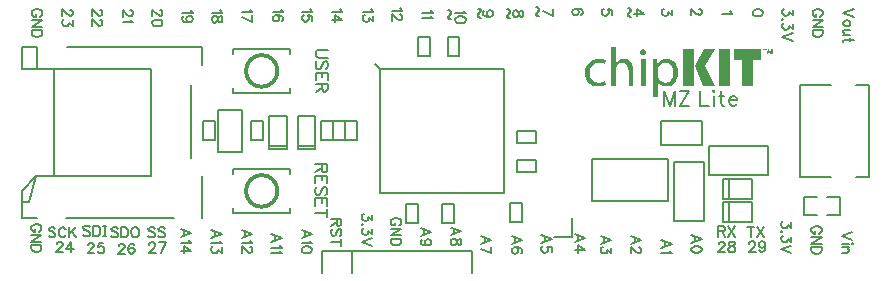
<source format=gbr>
G04 start of page 9 for group -4079 idx -4079 *
G04 Title: (unknown), topsilk *
G04 Creator: pcb 1.99z *
G04 CreationDate: Sun Aug  4 21:18:56 2019 UTC *
G04 For: matt *
G04 Format: Gerber/RS-274X *
G04 PCB-Dimensions (mm): 152.40 127.00 *
G04 PCB-Coordinate-Origin: lower left *
%MOMM*%
%FSLAX43Y43*%
%LNTOPSILK*%
%ADD45C,0.002*%
%ADD44C,0.150*%
%ADD43C,0.300*%
%ADD42C,0.140*%
%ADD41C,0.150*%
G54D41*X59690Y57785D02*Y59690D01*
X72390D01*
Y57785D01*
X62230Y59690D02*Y57785D01*
G54D42*X84274Y80118D02*Y79702D01*
Y80118D02*X83899Y80160D01*
X83941Y80118D01*
X83982Y79994D01*
Y79869D01*
X83941Y79744D01*
X83858Y79661D01*
X83733Y79619D01*
X83650D02*X83733D01*
X83650D02*X83525Y79661D01*
X83442Y79744D01*
X83400Y79869D01*
Y79994D02*Y79869D01*
Y79994D02*X83442Y80118D01*
X83483Y80160D01*
X83566Y80202D01*
X81669Y79690D02*X81752Y79732D01*
X81793Y79857D01*
Y79940D02*Y79857D01*
Y79940D02*X81752Y80065D01*
X81627Y80148D01*
X81419Y80189D01*
X81211D02*X81419D01*
X81211D02*X81045Y80148D01*
X80961Y80065D01*
X80920Y79940D01*
Y79898D01*
X80961Y79773D01*
X81045Y79690D01*
X81170Y79649D01*
X81211D01*
X81336Y79690D01*
X81419Y79773D01*
X81460Y79898D01*
Y79940D02*Y79898D01*
Y79940D02*X81419Y80065D01*
X81336Y80148D01*
X81211Y80189D01*
X79274Y79564D02*X78400Y79980D01*
X79274Y80146D02*Y79564D01*
X73916Y79524D02*X73791Y79566D01*
X73708Y79649D01*
X73666Y79774D01*
Y79815D02*Y79774D01*
Y79815D02*X73708Y79940D01*
X73791Y80024D01*
X73916Y80065D01*
X73957D01*
X74082Y80024D01*
X74166Y79940D01*
X74207Y79815D01*
Y79774D01*
X74166Y79649D01*
X74082Y79566D01*
X73916Y79524D01*
X73708D02*X73916D01*
X73708D02*X73500Y79566D01*
X73375Y79649D01*
X73333Y79774D01*
Y79857D02*Y79774D01*
Y79857D02*X73375Y79982D01*
X73458Y80024D01*
X71725Y80027D02*X71767Y79944D01*
X71891Y79819D01*
X71018D02*X71891D01*
Y79307D02*X71850Y79432D01*
X71725Y79515D01*
X71517Y79557D01*
X71392D02*X71517D01*
X71392D02*X71184Y79515D01*
X71059Y79432D01*
X71018Y79307D01*
Y79224D01*
X71059Y79099D01*
X71184Y79016D01*
X71392Y78974D01*
X71517D01*
X71725Y79016D01*
X71850Y79099D01*
X71891Y79224D01*
Y79307D02*Y79224D01*
X68924Y80065D02*X68965Y79982D01*
X69090Y79857D01*
X68216D02*X69090D01*
X68924Y79595D02*X68965Y79512D01*
X69090Y79387D01*
X68216D02*X69090D01*
X72904Y80200D02*X72987D01*
X73112Y80158D01*
X73154Y80075D01*
Y79992D01*
X73112Y79909D01*
X72987Y79742D01*
X72946Y79659D01*
Y79576D01*
X72987Y79493D01*
X73071Y79451D01*
X72987Y80200D02*X73071Y80158D01*
X73112Y80075D01*
Y79992D01*
X73071Y79909D01*
X72946Y79742D01*
X72904Y79659D01*
Y79576D01*
X72946Y79493D01*
X73071Y79451D01*
X73154D01*
X70404Y80050D02*X70487D01*
X70612Y80008D01*
X70654Y79925D01*
Y79842D01*
X70612Y79759D01*
X70487Y79592D01*
X70446Y79509D01*
Y79426D01*
X70487Y79343D01*
X70571Y79301D01*
X70487Y80050D02*X70571Y80008D01*
X70612Y79925D01*
Y79842D01*
X70571Y79759D01*
X70446Y79592D01*
X70404Y79509D01*
Y79426D01*
X70446Y79343D01*
X70571Y79301D01*
X70654D01*
X59472Y76716D02*X60190D01*
X59472D02*X59328Y76668D01*
X59233Y76573D01*
X59184Y76429D01*
Y76333D01*
X59233Y76189D01*
X59328Y76093D01*
X59472Y76046D01*
X60190D01*
X60046Y75073D02*X60142Y75169D01*
X60190Y75313D01*
Y75505D02*Y75313D01*
Y75505D02*X60142Y75648D01*
X60046Y75744D01*
X59951D02*X60046D01*
X59951D02*X59855Y75696D01*
X59807Y75648D01*
X59759Y75552D01*
X59664Y75265D01*
X59616Y75169D01*
X59568Y75122D01*
X59472Y75073D01*
X59328D02*X59472D01*
X59328D02*X59233Y75169D01*
X59184Y75313D01*
Y75505D02*Y75313D01*
Y75505D02*X59233Y75648D01*
X59328Y75744D01*
X59184Y74772D02*X60190D01*
Y74149D01*
X59711Y74772D02*Y74389D01*
X59184Y74772D02*Y74149D01*
Y73847D02*X60190D01*
Y73416D01*
X60142Y73273D01*
X60095Y73225D01*
X59999Y73177D01*
X59903D02*X59999D01*
X59903D02*X59807Y73225D01*
X59759Y73273D01*
X59711Y73416D01*
Y73847D02*Y73416D01*
Y73512D02*X59184Y73177D01*
X77854Y80300D02*X77937D01*
X78062Y80258D01*
X78104Y80175D01*
Y80092D01*
X78062Y80009D01*
X77937Y79842D01*
X77896Y79759D01*
Y79676D01*
X77937Y79593D01*
X78021Y79551D01*
X77937Y80300D02*X78021Y80258D01*
X78062Y80175D01*
Y80092D01*
X78021Y80009D01*
X77896Y79842D01*
X77854Y79759D01*
Y79676D01*
X77896Y79593D01*
X78021Y79551D01*
X78104D01*
X75404Y80150D02*X75487D01*
X75612Y80108D01*
X75654Y80025D01*
Y79942D01*
X75612Y79859D01*
X75487Y79692D01*
X75446Y79609D01*
Y79526D01*
X75487Y79443D01*
X75571Y79401D01*
X75487Y80150D02*X75571Y80108D01*
X75612Y80025D01*
Y79942D01*
X75571Y79859D01*
X75446Y79692D01*
X75404Y79609D01*
Y79526D01*
X75446Y79443D01*
X75571Y79401D01*
X75654D01*
X76764Y79869D02*X76722Y79994D01*
X76639Y80036D01*
X76556D02*X76639D01*
X76556D02*X76473Y79994D01*
X76431Y79911D01*
X76390Y79744D01*
X76348Y79619D01*
X76265Y79536D01*
X76182Y79495D01*
X76057D02*X76182D01*
X76057D02*X75974Y79536D01*
X75932Y79578D01*
X75890Y79703D01*
Y79869D02*Y79703D01*
Y79869D02*X75932Y79994D01*
X75974Y80036D01*
X76057Y80077D01*
X76182D01*
X76265Y80036D01*
X76348Y79953D01*
X76390Y79828D01*
X76431Y79661D01*
X76473Y79578D01*
X76556Y79536D01*
X76639D01*
X76722Y79578D01*
X76764Y79703D01*
Y79869D02*Y79703D01*
X99553Y80091D02*Y79634D01*
X99220Y79883D01*
Y79758D01*
X99179Y79675D01*
X99137Y79634D01*
X99013Y79592D01*
X98930D02*X99013D01*
X98930D02*X98805Y79634D01*
X98721Y79717D01*
X98680Y79842D01*
Y79966D02*Y79842D01*
Y79966D02*X98721Y80091D01*
X98763Y80133D01*
X98846Y80174D01*
X98745Y79288D02*X98703Y79330D01*
X98662Y79288D01*
X98703Y79247D01*
X98745Y79288D01*
X99553Y78902D02*Y78444D01*
X99220Y78694D01*
Y78569D01*
X99179Y78486D01*
X99137Y78444D01*
X99013Y78402D01*
X98930D02*X99013D01*
X98930D02*X98805Y78444D01*
X98721Y78527D01*
X98680Y78652D01*
Y78777D02*Y78652D01*
Y78777D02*X98721Y78902D01*
X98763Y78943D01*
X98846Y78985D01*
X99553Y78140D02*X98680Y77807D01*
X99553Y77474D02*X98680Y77807D01*
X104724Y80163D02*X103850Y79831D01*
X104724Y79498D02*X103850Y79831D01*
X104432Y79028D02*X104391Y79111D01*
X104308Y79194D01*
X104183Y79235D01*
X104100D02*X104183D01*
X104100D02*X103975Y79194D01*
X103892Y79111D01*
X103850Y79028D01*
Y78903D01*
X103892Y78820D01*
X103975Y78737D01*
X104100Y78695D01*
X104183D01*
X104308Y78737D01*
X104391Y78820D01*
X104432Y78903D01*
Y79028D02*Y78903D01*
X104017Y78433D02*X104432D01*
X104017D02*X103892Y78391D01*
X103850Y78308D01*
Y78183D01*
X103892Y78100D01*
X104017Y77975D01*
X103850D02*X104432D01*
X104016Y77588D02*X104724D01*
X104016D02*X103892Y77547D01*
X103850Y77463D01*
Y77380D01*
X104432Y77713D02*Y77422D01*
X101912Y79509D02*X101995Y79551D01*
X102078Y79634D01*
X102120Y79717D01*
Y79884D02*Y79717D01*
Y79884D02*X102078Y79967D01*
X101995Y80050D01*
X101912Y80092D01*
X101787Y80133D01*
X101579D02*X101787D01*
X101579D02*X101454Y80092D01*
X101371Y80050D01*
X101288Y79967D01*
X101246Y79884D01*
Y79717D01*
X101288Y79634D01*
X101371Y79551D01*
X101454Y79509D01*
X101579D01*
Y79717D02*Y79509D01*
X101246Y79247D02*X102120D01*
X101246Y78665D01*
X102120D01*
X101246Y78403D02*X102120D01*
Y78111D01*
X102078Y77986D01*
X101995Y77903D01*
X101912Y77862D01*
X101787Y77820D01*
X101579D02*X101787D01*
X101579D02*X101454Y77862D01*
X101371Y77903D01*
X101288Y77986D01*
X101246Y78111D01*
Y78403D02*Y78111D01*
X97047Y79887D02*X97005Y80012D01*
X96881Y80095D01*
X96673Y80137D01*
X96548D02*X96673D01*
X96548D02*X96340Y80095D01*
X96215Y80012D01*
X96173Y79887D01*
Y79804D01*
X96215Y79679D01*
X96340Y79596D01*
X96548Y79554D01*
X96673D01*
X96881Y79596D01*
X97005Y79679D01*
X97047Y79804D01*
Y79887D02*Y79804D01*
X94292Y79993D02*X94334Y79910D01*
X94459Y79785D01*
X93585D02*X94459D01*
X91657Y80165D02*X91698D01*
X91781Y80124D01*
X91823Y80082D01*
X91865Y79999D01*
Y79833D01*
X91823Y79749D01*
X91781Y79708D01*
X91698Y79666D01*
X91615D02*X91698D01*
X91615D02*X91532Y79708D01*
X91407Y79791D01*
X90991Y80207D01*
Y79625D01*
X89354Y80115D02*Y79657D01*
X89021Y79907D01*
Y79782D01*
X88979Y79699D01*
X88938Y79657D01*
X88813Y79615D01*
X88730D02*X88813D01*
X88730D02*X88605Y79657D01*
X88522Y79740D01*
X88480Y79865D01*
Y79990D02*Y79865D01*
Y79990D02*X88522Y80115D01*
X88563Y80156D01*
X88646Y80198D01*
X86964Y79779D02*X86381Y80195D01*
Y79571D01*
X86090Y79779D02*X86964D01*
X85604Y80250D02*X85687D01*
X85812Y80208D01*
X85854Y80125D01*
Y80042D01*
X85812Y79959D01*
X85687Y79792D01*
X85646Y79709D01*
Y79626D01*
X85687Y79543D01*
X85771Y79501D01*
X85687Y80250D02*X85771Y80208D01*
X85812Y80125D01*
Y80042D01*
X85771Y79959D01*
X85646Y79792D01*
X85604Y79709D01*
Y79626D01*
X85646Y79543D01*
X85771Y79501D01*
X85854D01*
X88675Y73224D02*Y71985D01*
Y73224D02*X89147Y71985D01*
X89620Y73224D02*X89147Y71985D01*
X89620Y73224D02*Y71985D01*
X90818Y73224D02*X89992Y71985D01*
Y73224D02*X90818D01*
X89992Y71985D02*X90818D01*
X91747Y73224D02*Y71985D01*
X92455D01*
X92886Y72814D02*Y71988D01*
X92827Y73227D02*X92886Y73168D01*
X92945Y73227D01*
X92886Y73286D01*
X92827Y73227D01*
X93495Y73224D02*Y72221D01*
X93553Y72044D01*
X93671Y71985D01*
X93790D01*
X93317Y72811D02*X93730D01*
X94161Y72457D02*X94869D01*
Y72575D02*Y72457D01*
Y72575D02*X94810Y72693D01*
X94751Y72752D01*
X94633Y72811D01*
X94456D02*X94633D01*
X94456D02*X94338Y72752D01*
X94220Y72634D01*
X94161Y72457D01*
Y72339D01*
X94220Y72162D01*
X94338Y72044D01*
X94456Y71985D01*
X94633D01*
X94751Y72044D01*
X94869Y72162D01*
X53812Y61149D02*X52938Y61482D01*
X53812Y61149D02*X52938Y60816D01*
X53229Y61357D02*Y60941D01*
X53645Y60554D02*X53687Y60471D01*
X53812Y60346D01*
X52938D02*X53812D01*
X53604Y60043D02*X53645D01*
X53728Y60001D01*
X53770Y59960D01*
X53812Y59876D01*
Y59710D01*
X53770Y59627D01*
X53728Y59585D01*
X53645Y59544D01*
X53562D02*X53645D01*
X53562D02*X53479Y59585D01*
X53354Y59668D01*
X52938Y60084D01*
Y59502D01*
X56312Y60749D02*X55438Y61082D01*
X56312Y60749D02*X55438Y60416D01*
X55729Y60957D02*Y60541D01*
X56145Y60154D02*X56187Y60071D01*
X56312Y59946D01*
X55438D02*X56312D01*
X56145Y59684D02*X56187Y59601D01*
X56312Y59476D01*
X55438D02*X56312D01*
X58862Y61149D02*X57988Y61482D01*
X58862Y61149D02*X57988Y60816D01*
X58279Y61357D02*Y60941D01*
X58695Y60554D02*X58737Y60471D01*
X58862Y60346D01*
X57988D02*X58862D01*
Y59835D02*X58820Y59959D01*
X58695Y60043D01*
X58487Y60084D01*
X58363D02*X58487D01*
X58363D02*X58154Y60043D01*
X58030Y59959D01*
X57988Y59835D01*
Y59751D01*
X58030Y59627D01*
X58154Y59543D01*
X58363Y59502D01*
X58487D01*
X58695Y59543D01*
X58820Y59627D01*
X58862Y59751D01*
Y59835D02*Y59751D01*
X60488Y62417D02*X61362D01*
Y62043D01*
X61320Y61918D01*
X61278Y61876D01*
X61195Y61835D01*
X61112D02*X61195D01*
X61112D02*X61029Y61876D01*
X60987Y61918D01*
X60946Y62043D01*
Y62417D02*Y62043D01*
Y62126D02*X60488Y61835D01*
X61237Y60990D02*X61320Y61074D01*
X61362Y61198D01*
Y61365D02*Y61198D01*
Y61365D02*X61320Y61490D01*
X61237Y61573D01*
X61154D02*X61237D01*
X61154D02*X61070Y61532D01*
X61029Y61490D01*
X60987Y61406D01*
X60904Y61157D01*
X60862Y61074D01*
X60821Y61032D01*
X60738Y60990D01*
X60613D02*X60738D01*
X60613D02*X60530Y61074D01*
X60488Y61198D01*
Y61365D02*Y61198D01*
Y61365D02*X60530Y61490D01*
X60613Y61573D01*
X60488Y60437D02*X61362D01*
Y60728D02*Y60146D01*
X63962Y62734D02*Y62277D01*
X63629Y62526D01*
Y62401D01*
X63587Y62318D01*
X63546Y62277D01*
X63421Y62235D01*
X63338D02*X63421D01*
X63338D02*X63213Y62277D01*
X63130Y62360D01*
X63088Y62485D01*
Y62609D02*Y62485D01*
Y62609D02*X63130Y62734D01*
X63171Y62776D01*
X63254Y62817D01*
X63153Y61931D02*X63112Y61973D01*
X63070Y61931D01*
X63112Y61890D01*
X63153Y61931D01*
X63962Y61545D02*Y61087D01*
X63629Y61337D01*
Y61212D01*
X63587Y61129D01*
X63546Y61087D01*
X63421Y61045D01*
X63338D02*X63421D01*
X63338D02*X63213Y61087D01*
X63130Y61170D01*
X63088Y61295D01*
Y61420D02*Y61295D01*
Y61420D02*X63130Y61545D01*
X63171Y61586D01*
X63254Y61628D01*
X63962Y60783D02*X63088Y60450D01*
X63962Y60117D02*X63088Y60450D01*
X66204Y61843D02*X66287Y61885D01*
X66370Y61968D01*
X66412Y62051D01*
Y62218D02*Y62051D01*
Y62218D02*X66370Y62301D01*
X66287Y62384D01*
X66204Y62426D01*
X66079Y62467D01*
X65871D02*X66079D01*
X65871D02*X65746Y62426D01*
X65663Y62384D01*
X65580Y62301D01*
X65538Y62218D01*
Y62051D01*
X65580Y61968D01*
X65663Y61885D01*
X65746Y61843D01*
X65871D01*
Y62051D02*Y61843D01*
X65538Y61581D02*X66412D01*
X65538Y60999D01*
X66412D01*
X65538Y60737D02*X66412D01*
Y60445D01*
X66370Y60320D01*
X66287Y60237D01*
X66204Y60196D01*
X66079Y60154D01*
X65871D02*X66079D01*
X65871D02*X65746Y60196D01*
X65663Y60237D01*
X65580Y60320D01*
X65538Y60445D01*
Y60737D02*Y60445D01*
X68962Y61284D02*X68088Y61617D01*
X68962Y61284D02*X68088Y60951D01*
X68379Y61492D02*Y61076D01*
X68670Y60149D02*X68546Y60190D01*
X68463Y60273D01*
X68421Y60398D01*
Y60440D02*Y60398D01*
Y60440D02*X68463Y60565D01*
X68546Y60648D01*
X68670Y60689D01*
X68712D01*
X68837Y60648D01*
X68920Y60565D01*
X68962Y60440D01*
Y60398D01*
X68920Y60273D01*
X68837Y60190D01*
X68670Y60149D01*
X68463D02*X68670D01*
X68463D02*X68254Y60190D01*
X68130Y60273D01*
X68088Y60398D01*
Y60481D02*Y60398D01*
Y60481D02*X68130Y60606D01*
X68213Y60648D01*
X71512Y61334D02*X70638Y61667D01*
X71512Y61334D02*X70638Y61001D01*
X70929Y61542D02*Y61126D01*
X71512Y60531D02*X71470Y60656D01*
X71387Y60698D01*
X71304D02*X71387D01*
X71304D02*X71220Y60656D01*
X71179Y60573D01*
X71137Y60407D01*
X71096Y60282D01*
X71013Y60199D01*
X70929Y60157D01*
X70804D02*X70929D01*
X70804D02*X70721Y60199D01*
X70680Y60240D01*
X70638Y60365D01*
Y60531D02*Y60365D01*
Y60531D02*X70680Y60656D01*
X70721Y60698D01*
X70804Y60739D01*
X70929D01*
X71013Y60698D01*
X71096Y60615D01*
X71137Y60490D01*
X71179Y60323D01*
X71220Y60240D01*
X71304Y60199D01*
X71387D01*
X71470Y60240D01*
X71512Y60365D01*
Y60531D02*Y60365D01*
X59149Y67017D02*X60155D01*
Y66586D01*
X60107Y66442D01*
X60059Y66394D01*
X59963Y66346D01*
X59867D02*X59963D01*
X59867D02*X59771Y66394D01*
X59723Y66442D01*
X59675Y66586D01*
Y67017D02*Y66586D01*
Y66682D02*X59149Y66346D01*
Y66045D02*X60155D01*
Y65422D01*
X59675Y66045D02*Y65662D01*
X59149Y66045D02*Y65422D01*
X60011Y64450D02*X60107Y64546D01*
X60155Y64689D01*
Y64881D02*Y64689D01*
Y64881D02*X60107Y65025D01*
X60011Y65120D01*
X59915D02*X60011D01*
X59915D02*X59819Y65073D01*
X59771Y65025D01*
X59723Y64929D01*
X59628Y64641D01*
X59580Y64546D01*
X59532Y64498D01*
X59436Y64450D01*
X59292D02*X59436D01*
X59292D02*X59197Y64546D01*
X59149Y64689D01*
Y64881D02*Y64689D01*
Y64881D02*X59197Y65025D01*
X59292Y65120D01*
X59149Y64148D02*X60155D01*
Y63525D01*
X59675Y64148D02*Y63765D01*
X59149Y64148D02*Y63525D01*
Y62888D02*X60155D01*
Y63224D02*Y62553D01*
X74062Y60649D02*X73188Y60982D01*
X74062Y60649D02*X73188Y60316D01*
X73479Y60857D02*Y60441D01*
X74062Y59472D02*X73188Y59888D01*
X74062Y60054D02*Y59472D01*
X76662Y60599D02*X75788Y60932D01*
X76662Y60599D02*X75788Y60266D01*
X76079Y60807D02*Y60391D01*
X76537Y59505D02*X76620Y59547D01*
X76662Y59672D01*
Y59755D02*Y59672D01*
Y59755D02*X76620Y59880D01*
X76495Y59963D01*
X76287Y60004D01*
X76079D02*X76287D01*
X76079D02*X75913Y59963D01*
X75830Y59880D01*
X75788Y59755D01*
Y59713D01*
X75830Y59588D01*
X75913Y59505D01*
X76038Y59464D01*
X76079D01*
X76204Y59505D01*
X76287Y59588D01*
X76329Y59713D01*
Y59755D02*Y59713D01*
Y59755D02*X76287Y59880D01*
X76204Y59963D01*
X76079Y60004D01*
X79162Y60699D02*X78288Y61032D01*
X79162Y60699D02*X78288Y60366D01*
X78579Y60907D02*Y60491D01*
X79162Y60021D02*Y59605D01*
Y60021D02*X78787Y60063D01*
X78829Y60021D01*
X78870Y59896D01*
Y59771D01*
X78829Y59647D01*
X78746Y59564D01*
X78621Y59522D01*
X78538D02*X78621D01*
X78538D02*X78413Y59564D01*
X78330Y59647D01*
X78288Y59771D01*
Y59896D02*Y59771D01*
Y59896D02*X78330Y60021D01*
X78371Y60063D01*
X78454Y60104D01*
X82012Y60749D02*X81138Y61082D01*
X82012Y60749D02*X81138Y60416D01*
X81429Y60957D02*Y60541D01*
X82012Y59738D02*X81429Y60154D01*
Y59531D01*
X81138Y59738D02*X82012D01*
X84212Y60649D02*X83338Y60982D01*
X84212Y60649D02*X83338Y60316D01*
X83629Y60857D02*Y60441D01*
X84212Y59971D02*Y59514D01*
X83879Y59763D01*
Y59638D01*
X83837Y59555D01*
X83796Y59514D01*
X83671Y59472D01*
X83588D02*X83671D01*
X83588D02*X83463Y59514D01*
X83380Y59597D01*
X83338Y59722D01*
Y59846D02*Y59722D01*
Y59846D02*X83380Y59971D01*
X83421Y60013D01*
X83504Y60054D01*
X86762Y60649D02*X85888Y60982D01*
X86762Y60649D02*X85888Y60316D01*
X86179Y60857D02*Y60441D01*
X86554Y60013D02*X86595D01*
X86678Y59971D01*
X86720Y59930D01*
X86762Y59846D01*
Y59680D01*
X86720Y59597D01*
X86678Y59555D01*
X86595Y59514D01*
X86512D02*X86595D01*
X86512D02*X86429Y59555D01*
X86304Y59638D01*
X85888Y60054D01*
Y59472D01*
X89312Y60299D02*X88438Y60632D01*
X89312Y60299D02*X88438Y59966D01*
X88729Y60507D02*Y60091D01*
X89145Y59704D02*X89187Y59621D01*
X89312Y59496D01*
X88438D02*X89312D01*
X91862Y60699D02*X90988Y61032D01*
X91862Y60699D02*X90988Y60366D01*
X91279Y60907D02*Y60491D01*
X91862Y59855D02*X91820Y59979D01*
X91695Y60063D01*
X91487Y60104D01*
X91363D02*X91487D01*
X91363D02*X91154Y60063D01*
X91030Y59979D01*
X90988Y59855D01*
Y59771D01*
X91030Y59647D01*
X91154Y59564D01*
X91363Y59522D01*
X91487D01*
X91695Y59564D01*
X91820Y59647D01*
X91862Y59771D01*
Y59855D02*Y59771D01*
X93309Y60295D02*Y60254D01*
Y60295D02*X93351Y60378D01*
X93392Y60420D01*
X93476Y60462D01*
X93642D01*
X93725Y60420D01*
X93767Y60378D01*
X93808Y60295D01*
Y60212D01*
X93767Y60129D01*
X93684Y60004D01*
X93268Y59588D01*
X93850D01*
X94320Y60462D02*X94195Y60420D01*
X94154Y60337D01*
Y60254D01*
X94195Y60170D01*
X94278Y60129D01*
X94445Y60087D01*
X94570Y60046D01*
X94653Y59963D01*
X94695Y59879D01*
Y59754D01*
X94653Y59671D01*
X94611Y59630D01*
X94486Y59588D01*
X94320D02*X94486D01*
X94320D02*X94195Y59630D01*
X94154Y59671D01*
X94112Y59754D01*
Y59879D02*Y59754D01*
Y59879D02*X94154Y59963D01*
X94237Y60046D01*
X94362Y60087D01*
X94528Y60129D01*
X94611Y60170D01*
X94653Y60254D01*
Y60337D02*Y60254D01*
Y60337D02*X94611Y60420D01*
X94486Y60462D01*
X94320D02*X94486D01*
X95909Y60345D02*Y60304D01*
Y60345D02*X95951Y60428D01*
X95992Y60470D01*
X96076Y60512D01*
X96242D01*
X96325Y60470D01*
X96367Y60428D01*
X96408Y60345D01*
Y60262D01*
X96367Y60179D01*
X96284Y60054D01*
X95868Y59638D01*
X96450D01*
X97253Y60220D02*X97211Y60096D01*
X97128Y60013D01*
X97003Y59971D01*
X96962D02*X97003D01*
X96962D02*X96837Y60013D01*
X96754Y60096D01*
X96712Y60220D01*
Y60262D02*Y60220D01*
Y60262D02*X96754Y60387D01*
X96837Y60470D01*
X96962Y60512D01*
X97003D01*
X97128Y60470D01*
X97211Y60387D01*
X97253Y60220D01*
Y60013D01*
X97211Y59804D01*
X97128Y59680D01*
X97003Y59638D01*
X96920D02*X97003D01*
X96920D02*X96795Y59680D01*
X96754Y59763D01*
X99462Y62099D02*Y61642D01*
X99129Y61891D01*
Y61766D01*
X99087Y61683D01*
X99046Y61642D01*
X98921Y61600D01*
X98838D02*X98921D01*
X98838D02*X98713Y61642D01*
X98630Y61725D01*
X98588Y61850D01*
Y61974D02*Y61850D01*
Y61974D02*X98630Y62099D01*
X98671Y62141D01*
X98754Y62182D01*
X98653Y61296D02*X98612Y61338D01*
X98570Y61296D01*
X98612Y61255D01*
X98653Y61296D01*
X99462Y60910D02*Y60452D01*
X99129Y60702D01*
Y60577D01*
X99087Y60494D01*
X99046Y60452D01*
X98921Y60410D01*
X98838D02*X98921D01*
X98838D02*X98713Y60452D01*
X98630Y60535D01*
X98588Y60660D01*
Y60785D02*Y60660D01*
Y60785D02*X98630Y60910D01*
X98671Y60951D01*
X98754Y60993D01*
X99462Y60148D02*X98588Y59815D01*
X99462Y59482D02*X98588Y59815D01*
X101804Y61158D02*X101887Y61200D01*
X101970Y61283D01*
X102012Y61366D01*
Y61533D02*Y61366D01*
Y61533D02*X101970Y61616D01*
X101887Y61699D01*
X101804Y61741D01*
X101679Y61782D01*
X101471D02*X101679D01*
X101471D02*X101346Y61741D01*
X101263Y61699D01*
X101180Y61616D01*
X101138Y61533D01*
Y61366D01*
X101180Y61283D01*
X101263Y61200D01*
X101346Y61158D01*
X101471D01*
Y61366D02*Y61158D01*
X101138Y60896D02*X102012D01*
X101138Y60314D01*
X102012D01*
X101138Y60052D02*X102012D01*
Y59760D01*
X101970Y59635D01*
X101887Y59552D01*
X101804Y59511D01*
X101679Y59469D01*
X101471D02*X101679D01*
X101471D02*X101346Y59511D01*
X101263Y59552D01*
X101180Y59635D01*
X101138Y59760D01*
Y60052D02*Y59760D01*
X96009Y61712D02*Y60838D01*
X95718Y61712D02*X96300D01*
X96562D02*X97145Y60838D01*
Y61712D02*X96562Y60838D01*
X93268Y61762D02*Y60888D01*
Y61762D02*X93642D01*
X93767Y61720D01*
X93809Y61678D01*
X93850Y61595D01*
Y61512D01*
X93809Y61429D01*
X93767Y61387D01*
X93642Y61346D01*
X93268D02*X93642D01*
X93559D02*X93850Y60888D01*
X94112Y61762D02*X94695Y60888D01*
Y61762D02*X94112Y60888D01*
X104612Y61282D02*X103738Y60950D01*
X104612Y60616D02*X103738Y60950D01*
X103740Y60313D02*X104322D01*
X104614Y60354D02*X104572Y60313D01*
X104614Y60271D01*
X104655Y60313D01*
X104614Y60354D01*
X103738Y60009D02*X104320D01*
X104154D02*X104279Y59884D01*
X104320Y59801D01*
Y59676D01*
X104279Y59593D01*
X104154Y59551D01*
X103738D02*X104154D01*
X66360Y80239D02*X66402Y80156D01*
X66526Y80031D01*
X65653D02*X66526D01*
X66318Y79728D02*X66360D01*
X66443Y79686D01*
X66485Y79645D01*
X66526Y79561D01*
Y79395D01*
X66485Y79312D01*
X66443Y79270D01*
X66360Y79229D01*
X66277D02*X66360D01*
X66277D02*X66193Y79270D01*
X66069Y79353D01*
X65653Y79769D01*
Y79187D01*
X63871Y80139D02*X63912Y80056D01*
X64037Y79931D01*
X63163D02*X64037D01*
Y79586D02*Y79129D01*
X63704Y79378D01*
Y79253D01*
X63663Y79170D01*
X63621Y79129D01*
X63496Y79087D01*
X63413D02*X63496D01*
X63413D02*X63288Y79129D01*
X63205Y79212D01*
X63163Y79337D01*
Y79461D02*Y79337D01*
Y79461D02*X63205Y79586D01*
X63247Y79628D01*
X63330Y79669D01*
X61271Y80140D02*X61312Y80057D01*
X61437Y79932D01*
X60563D02*X61437D01*
Y79254D02*X60855Y79670D01*
Y79046D01*
X60563Y79254D02*X61437D01*
X58733Y80145D02*X58774Y80062D01*
X58899Y79937D01*
X58025D02*X58899D01*
Y79592D02*Y79176D01*
Y79592D02*X58525Y79633D01*
X58566Y79592D01*
X58608Y79467D01*
Y79342D01*
X58566Y79217D01*
X58483Y79134D01*
X58358Y79092D01*
X58275D02*X58358D01*
X58275D02*X58150Y79134D01*
X58067Y79217D01*
X58025Y79342D01*
Y79467D02*Y79342D01*
Y79467D02*X58067Y79592D01*
X58109Y79633D01*
X58192Y79675D01*
X56248Y80127D02*X56290Y80044D01*
X56414Y79919D01*
X55540D02*X56414D01*
X56290Y79158D02*X56373Y79199D01*
X56414Y79324D01*
Y79407D02*Y79324D01*
Y79407D02*X56373Y79532D01*
X56248Y79615D01*
X56040Y79657D01*
X55832D02*X56040D01*
X55832D02*X55665Y79615D01*
X55582Y79532D01*
X55540Y79407D01*
Y79366D01*
X55582Y79241D01*
X55665Y79158D01*
X55790Y79116D01*
X55832D01*
X55957Y79158D01*
X56040Y79241D01*
X56081Y79366D01*
Y79407D02*Y79366D01*
Y79407D02*X56040Y79532D01*
X55957Y79615D01*
X55832Y79657D01*
X53659Y80120D02*X53700Y80037D01*
X53825Y79912D01*
X52951D02*X53825D01*
Y79068D02*X52951Y79484D01*
X53825Y79650D02*Y79068D01*
X51114Y80077D02*X51156Y79994D01*
X51280Y79869D01*
X50407D02*X51280D01*
Y79399D02*X51239Y79524D01*
X51156Y79565D01*
X51072D02*X51156D01*
X51072D02*X50989Y79524D01*
X50947Y79441D01*
X50906Y79274D01*
X50864Y79149D01*
X50781Y79066D01*
X50698Y79025D01*
X50573D02*X50698D01*
X50573D02*X50490Y79066D01*
X50448Y79108D01*
X50407Y79233D01*
Y79399D02*Y79233D01*
Y79399D02*X50448Y79524D01*
X50490Y79565D01*
X50573Y79607D01*
X50698D01*
X50781Y79565D01*
X50864Y79482D01*
X50906Y79358D01*
X50947Y79191D01*
X50989Y79108D01*
X51072Y79066D01*
X51156D01*
X51239Y79108D01*
X51280Y79233D01*
Y79399D02*Y79233D01*
X48594Y80077D02*X48635Y79994D01*
X48760Y79869D01*
X47886D02*X48760D01*
X48469Y79066D02*X48344Y79108D01*
X48261Y79191D01*
X48219Y79316D01*
Y79358D02*Y79316D01*
Y79358D02*X48261Y79482D01*
X48344Y79566D01*
X48469Y79607D01*
X48511D01*
X48635Y79566D01*
X48719Y79482D01*
X48760Y79358D01*
Y79316D01*
X48719Y79191D01*
X48635Y79108D01*
X48469Y79066D01*
X48261D02*X48469D01*
X48261D02*X48053Y79108D01*
X47928Y79191D01*
X47886Y79316D01*
Y79399D02*Y79316D01*
Y79399D02*X47928Y79524D01*
X48011Y79566D01*
X46002Y80086D02*X46044D01*
X46127Y80044D01*
X46168Y80003D01*
X46210Y79919D01*
Y79753D01*
X46168Y79669D01*
X46127Y79628D01*
X46044Y79586D01*
X45960D02*X46044D01*
X45960D02*X45877Y79628D01*
X45752Y79711D01*
X45336Y80127D01*
Y79545D01*
X46210Y79033D02*X46168Y79158D01*
X46044Y79241D01*
X45836Y79283D01*
X45711D02*X45836D01*
X45711D02*X45503Y79241D01*
X45378Y79158D01*
X45336Y79033D01*
Y78950D01*
X45378Y78825D01*
X45503Y78742D01*
X45711Y78700D01*
X45836D01*
X46044Y78742D01*
X46168Y78825D01*
X46210Y78950D01*
Y79033D02*Y78950D01*
X43494Y80073D02*X43536D01*
X43619Y80032D01*
X43660Y79990D01*
X43702Y79907D01*
Y79741D01*
X43660Y79657D01*
X43619Y79616D01*
X43536Y79574D01*
X43452D02*X43536D01*
X43452D02*X43369Y79616D01*
X43244Y79699D01*
X42828Y80115D01*
Y79532D01*
X43536Y79270D02*X43577Y79187D01*
X43702Y79062D01*
X42828D02*X43702D01*
X40898Y80104D02*X40940D01*
X41023Y80063D01*
X41065Y80021D01*
X41106Y79938D01*
Y79772D01*
X41065Y79688D01*
X41023Y79647D01*
X40940Y79605D01*
X40856D02*X40940D01*
X40856D02*X40773Y79647D01*
X40648Y79730D01*
X40232Y80146D01*
Y79564D01*
X40898Y79260D02*X40940D01*
X41023Y79218D01*
X41065Y79177D01*
X41106Y79093D01*
Y78927D01*
X41065Y78844D01*
X41023Y78802D01*
X40940Y78761D01*
X40856D02*X40940D01*
X40856D02*X40773Y78802D01*
X40648Y78885D01*
X40232Y79301D01*
Y78719D01*
X35804Y79508D02*X35887Y79550D01*
X35970Y79633D01*
X36012Y79716D01*
Y79883D02*Y79716D01*
Y79883D02*X35970Y79966D01*
X35887Y80049D01*
X35804Y80091D01*
X35679Y80132D01*
X35471D02*X35679D01*
X35471D02*X35346Y80091D01*
X35263Y80049D01*
X35180Y79966D01*
X35138Y79883D01*
Y79716D01*
X35180Y79633D01*
X35263Y79550D01*
X35346Y79508D01*
X35471D01*
Y79716D02*Y79508D01*
X35138Y79246D02*X36012D01*
X35138Y78664D01*
X36012D01*
X35138Y78402D02*X36012D01*
Y78110D01*
X35970Y77985D01*
X35887Y77902D01*
X35804Y77861D01*
X35679Y77819D01*
X35471D02*X35679D01*
X35471D02*X35346Y77861D01*
X35263Y77902D01*
X35180Y77985D01*
X35138Y78110D01*
Y78402D02*Y78110D01*
X38396Y80104D02*X38437D01*
X38520Y80063D01*
X38562Y80021D01*
X38604Y79938D01*
Y79772D01*
X38562Y79688D01*
X38520Y79647D01*
X38437Y79605D01*
X38354D02*X38437D01*
X38354D02*X38271Y79647D01*
X38146Y79730D01*
X37730Y80146D01*
Y79564D01*
X38604Y79218D02*Y78761D01*
X38271Y79010D01*
Y78885D01*
X38229Y78802D01*
X38188Y78761D01*
X38063Y78719D01*
X37980D02*X38063D01*
X37980D02*X37855Y78761D01*
X37772Y78844D01*
X37730Y78969D01*
Y79093D02*Y78969D01*
Y79093D02*X37772Y79218D01*
X37813Y79260D01*
X37896Y79301D01*
X35754Y61308D02*X35837Y61350D01*
X35920Y61433D01*
X35962Y61516D01*
Y61683D02*Y61516D01*
Y61683D02*X35920Y61766D01*
X35837Y61849D01*
X35754Y61891D01*
X35629Y61932D01*
X35421D02*X35629D01*
X35421D02*X35296Y61891D01*
X35213Y61849D01*
X35130Y61766D01*
X35088Y61683D01*
Y61516D01*
X35130Y61433D01*
X35213Y61350D01*
X35296Y61308D01*
X35421D01*
Y61516D02*Y61308D01*
X35088Y61046D02*X35962D01*
X35088Y60464D01*
X35962D01*
X35088Y60202D02*X35962D01*
Y59910D01*
X35920Y59785D01*
X35837Y59702D01*
X35754Y59661D01*
X35629Y59619D01*
X35421D02*X35629D01*
X35421D02*X35296Y59661D01*
X35213Y59702D01*
X35130Y59785D01*
X35088Y59910D01*
Y60202D02*Y59910D01*
X37150Y61587D02*X37067Y61670D01*
X36942Y61712D01*
X36776D02*X36942D01*
X36776D02*X36651Y61670D01*
X36568Y61587D01*
Y61504D01*
X36609Y61420D01*
X36651Y61379D01*
X36734Y61337D01*
X36984Y61254D01*
X37067Y61212D01*
X37108Y61171D01*
X37150Y61088D01*
Y60963D01*
X37067Y60880D01*
X36942Y60838D01*
X36776D02*X36942D01*
X36776D02*X36651Y60880D01*
X36568Y60963D01*
X38036Y61504D02*X37995Y61587D01*
X37911Y61670D01*
X37828Y61712D01*
X37662D02*X37828D01*
X37662D02*X37579Y61670D01*
X37495Y61587D01*
X37454Y61504D01*
X37412Y61379D01*
Y61171D01*
X37454Y61046D01*
X37495Y60963D01*
X37579Y60880D01*
X37662Y60838D01*
X37828D01*
X37911Y60880D01*
X37995Y60963D01*
X38036Y61046D01*
X38298Y61712D02*Y60838D01*
X38881Y61712D02*X38298Y61129D01*
X38506Y61337D02*X38881Y60838D01*
X37259Y60295D02*Y60254D01*
Y60295D02*X37301Y60378D01*
X37342Y60420D01*
X37426Y60462D01*
X37592D01*
X37675Y60420D01*
X37717Y60378D01*
X37758Y60295D01*
Y60212D01*
X37717Y60129D01*
X37634Y60004D01*
X37218Y59588D01*
X37800D01*
X38478Y60462D02*X38062Y59879D01*
X38686D01*
X38478Y60462D02*Y59588D01*
X40100Y61687D02*X40017Y61770D01*
X39892Y61812D01*
X39726D02*X39892D01*
X39726D02*X39601Y61770D01*
X39518Y61687D01*
Y61604D01*
X39559Y61520D01*
X39601Y61479D01*
X39684Y61437D01*
X39934Y61354D01*
X40017Y61312D01*
X40058Y61271D01*
X40100Y61188D01*
Y61063D01*
X40017Y60980D01*
X39892Y60938D01*
X39726D02*X39892D01*
X39726D02*X39601Y60980D01*
X39518Y61063D01*
X40362Y61812D02*Y60938D01*
Y61812D02*X40654D01*
X40778Y61770D01*
X40862Y61687D01*
X40903Y61604D01*
X40945Y61479D01*
Y61271D01*
X40903Y61146D01*
X40862Y61063D01*
X40778Y60980D01*
X40654Y60938D01*
X40362D02*X40654D01*
X41207Y61812D02*X41425D01*
X41316D02*Y60938D01*
X41207D02*X41425D01*
X42450Y61587D02*X42367Y61670D01*
X42242Y61712D01*
X42076D02*X42242D01*
X42076D02*X41951Y61670D01*
X41868Y61587D01*
Y61504D01*
X41909Y61420D01*
X41951Y61379D01*
X42034Y61337D01*
X42284Y61254D01*
X42367Y61212D01*
X42408Y61171D01*
X42450Y61088D01*
Y60963D01*
X42367Y60880D01*
X42242Y60838D01*
X42076D02*X42242D01*
X42076D02*X41951Y60880D01*
X41868Y60963D01*
X42712Y61712D02*Y60838D01*
Y61712D02*X43004D01*
X43128Y61670D01*
X43212Y61587D01*
X43253Y61504D01*
X43295Y61379D01*
Y61171D01*
X43253Y61046D01*
X43212Y60963D01*
X43128Y60880D01*
X43004Y60838D01*
X42712D02*X43004D01*
X43806Y61712D02*X43723Y61670D01*
X43640Y61587D01*
X43598Y61504D01*
X43557Y61379D01*
Y61171D01*
X43598Y61046D01*
Y61046D02*X43640Y60963D01*
X43723Y60880D01*
X43806Y60838D01*
X43973D01*
X44056Y60880D01*
X44139Y60963D01*
X44181Y61046D01*
X44222Y61171D01*
Y61379D02*Y61171D01*
Y61379D02*X44181Y61504D01*
X44139Y61587D01*
X44056Y61670D01*
X43973Y61712D01*
X43806D02*X43973D01*
X39909Y60195D02*Y60154D01*
Y60195D02*X39951Y60278D01*
X39992Y60320D01*
X40076Y60362D01*
X40242D01*
X40325Y60320D01*
X40367Y60278D01*
X40408Y60195D01*
Y60112D01*
X40367Y60029D01*
X40284Y59904D01*
X39868Y59488D01*
X40450D01*
X40795Y60362D02*X41212D01*
X40795D02*X40754Y59987D01*
X40795Y60029D01*
X40920Y60070D01*
X41045D01*
X41170Y60029D01*
X41253Y59946D01*
X41295Y59821D01*
Y59738D01*
X41253Y59613D01*
X41170Y59530D01*
X41045Y59488D01*
X40920D02*X41045D01*
X40920D02*X40795Y59530D01*
X40754Y59571D01*
X40712Y59654D01*
X42509Y60145D02*Y60104D01*
Y60145D02*X42551Y60228D01*
X42592Y60270D01*
X42676Y60312D01*
X42842D01*
X42925Y60270D01*
X42967Y60228D01*
X43008Y60145D01*
Y60062D01*
X42967Y59979D01*
X42884Y59854D01*
X42468Y59438D01*
X43050D01*
X43811Y60187D02*X43770Y60270D01*
X43645Y60312D01*
X43562D02*X43645D01*
X43562D02*X43437Y60270D01*
X43354Y60145D01*
X43312Y59937D01*
Y59729D01*
X43354Y59563D01*
X43437Y59480D01*
X43562Y59438D01*
X43603D01*
X43728Y59480D01*
X43811Y59563D01*
X43853Y59688D01*
Y59729D02*Y59688D01*
Y59729D02*X43811Y59854D01*
X43728Y59937D01*
X43603Y59979D01*
X43562D02*X43603D01*
X43562D02*X43437Y59937D01*
X43354Y59854D01*
X43312Y59729D01*
X45109Y60245D02*Y60204D01*
Y60245D02*X45151Y60328D01*
X45192Y60370D01*
X45276Y60412D01*
X45442D01*
X45525Y60370D01*
X45567Y60328D01*
X45608Y60245D01*
Y60162D01*
X45567Y60079D01*
X45484Y59954D01*
X45068Y59538D01*
X45650D01*
X46495Y60412D02*X46078Y59538D01*
X45912Y60412D02*X46495D01*
X45600Y61587D02*X45517Y61670D01*
X45392Y61712D01*
X45226D02*X45392D01*
X45226D02*X45101Y61670D01*
X45018Y61587D01*
Y61504D01*
X45059Y61420D01*
X45101Y61379D01*
X45184Y61337D01*
X45434Y61254D01*
X45517Y61212D01*
X45558Y61171D01*
X45600Y61088D01*
Y60963D01*
X45517Y60880D01*
X45392Y60838D01*
X45226D02*X45392D01*
X45226D02*X45101Y60880D01*
X45018Y60963D01*
X46445Y61587D02*X46361Y61670D01*
X46237Y61712D01*
X46070D02*X46237D01*
X46070D02*X45945Y61670D01*
X45862Y61587D01*
Y61504D01*
X45904Y61420D01*
X45945Y61379D01*
X46029Y61337D01*
X46278Y61254D01*
X46361Y61212D01*
X46403Y61171D01*
X46445Y61088D01*
Y60963D01*
X46361Y60880D01*
X46237Y60838D01*
X46070D02*X46237D01*
X46070D02*X45945Y60880D01*
X45862Y60963D01*
X48612Y61199D02*X47738Y61532D01*
X48612Y61199D02*X47738Y60866D01*
X48029Y61407D02*Y60991D01*
X48445Y60604D02*X48487Y60521D01*
X48612Y60396D01*
X47738D02*X48612D01*
Y59718D02*X48029Y60134D01*
Y59510D01*
X47738Y59718D02*X48612D01*
X51212Y61149D02*X50338Y61482D01*
X51212Y61149D02*X50338Y60816D01*
X50629Y61357D02*Y60941D01*
X51045Y60554D02*X51087Y60471D01*
X51212Y60346D01*
X50338D02*X51212D01*
Y60001D02*Y59544D01*
X50879Y59793D01*
Y59668D01*
X50837Y59585D01*
X50796Y59544D01*
X50671Y59502D01*
X50588D02*X50671D01*
X50588D02*X50463Y59544D01*
X50380Y59627D01*
X50338Y59752D01*
Y59876D02*Y59752D01*
Y59876D02*X50380Y60001D01*
X50421Y60043D01*
X50504Y60084D01*
G54D41*X67850Y76200D02*X68850D01*
X67850Y77800D02*Y76200D01*
X68850Y77800D02*Y76200D01*
X67850Y77800D02*X68850D01*
X70350Y76200D02*X71350D01*
X70350Y77800D02*Y76200D01*
X71350Y77800D02*Y76200D01*
X70350Y77800D02*X71350D01*
X66850Y63650D02*X67850D01*
Y62050D01*
X66850Y63650D02*Y62050D01*
X67850D01*
X75650Y62150D02*X76650D01*
X75650Y63750D02*Y62150D01*
X76650Y63750D02*Y62150D01*
X75650Y63750D02*X76650D01*
X76250Y68850D02*Y69850D01*
X77850D02*X76250D01*
X77850Y68850D02*X76250D01*
X77850Y69850D02*Y68850D01*
X60650Y69050D02*X61650D01*
X60650Y70650D02*Y69050D01*
X61650Y70650D02*Y69050D01*
X60650Y70650D02*X61650D01*
X76250Y66350D02*Y67350D01*
X77850D02*X76250D01*
X77850Y66350D02*X76250D01*
X77850Y67350D02*Y66350D01*
X61650Y70650D02*X62650D01*
Y69050D01*
X61650Y70650D02*Y69050D01*
X62650D01*
X75104Y64596D02*Y75104D01*
X64596D01*
Y64596D01*
X75104D01*
X64596Y75104D02*X64215Y75485D01*
X53700Y70650D02*X54700D01*
Y69050D01*
X53700Y70650D02*Y69050D01*
X54700D01*
X69850Y63650D02*X70850D01*
Y62050D01*
X69850Y63650D02*Y62050D01*
X70850D01*
X59150Y71100D02*Y68600D01*
X57650D02*X59150D01*
X57650Y71100D02*Y68600D01*
Y71100D02*X59150D01*
X57650Y68600D02*Y68350D01*
X59150D01*
Y68600D01*
X56750Y71100D02*Y68600D01*
X55250D02*X56750D01*
X55250Y71100D02*Y68600D01*
Y71100D02*X56750D01*
X55250Y68600D02*Y68350D01*
X56750D01*
Y68600D01*
X59650Y70650D02*X60650D01*
Y69050D01*
X59650Y70650D02*Y69050D01*
X60650D01*
X52180Y66200D02*Y66600D01*
X57040D01*
Y66200D01*
Y63340D02*Y62940D01*
X52180D02*X57040D01*
X52180Y63340D02*Y62940D01*
G54D43*X55950Y64780D02*G75*G03X54610Y66120I-1340J0D01*G01*
X54590Y63420D02*G75*G03X55950Y64780I0J1360D01*G01*
X53270Y64760D02*G75*G03X54610Y63420I1340J0D01*G01*
X54630Y66120D02*G75*G03X53270Y64760I0J-1360D01*G01*
G54D41*X34325Y62480D02*X35575D01*
X38075D02*X47225D01*
X49525Y66030D02*Y62480D01*
X48665Y73740D02*Y67530D01*
X34325Y63700D02*Y62480D01*
X34905Y63850D02*X35525Y66000D01*
X37065Y75050D02*Y66000D01*
X34325Y76930D02*Y75050D01*
X49525Y76940D02*Y75390D01*
X35525Y66000D02*X45225D01*
X34325Y75050D02*X45225D01*
Y66000D01*
X35525D02*X34325Y64800D01*
Y63610D01*
Y63850D02*X34905D01*
X35575Y76930D02*Y75050D01*
X34325Y76940D02*X35575D01*
X38155D02*X49525D01*
X49650Y70650D02*X50650D01*
Y69050D01*
X49650Y70650D02*Y69050D01*
X50650D01*
X52180Y76360D02*Y76760D01*
X57040D01*
Y76360D01*
Y73500D02*Y73100D01*
X52180D02*X57040D01*
X52180Y73500D02*Y73100D01*
G54D43*X55950Y74940D02*G75*G03X54610Y76280I-1340J0D01*G01*
X54590Y73580D02*G75*G03X55950Y74940I0J1360D01*G01*
X53270Y74920D02*G75*G03X54610Y73580I1340J0D01*G01*
X54630Y76280D02*G75*G03X53270Y74920I0J-1360D01*G01*
G54D44*X50950Y71600D02*X52950D01*
Y68100D01*
X50950D02*X52950D01*
X50950Y71600D02*Y68100D01*
G54D41*X100535Y64266D02*Y62766D01*
X103535Y64266D02*Y62766D01*
X100535Y64266D02*X101635D01*
X100535Y62766D02*X101635D01*
X102435Y64266D02*X103535D01*
X102435Y62766D02*X103535D01*
X104909Y73750D02*X106029D01*
X104909Y65950D02*X106029D01*
Y73750D02*Y65950D01*
X100194D02*X102849D01*
X100194Y73750D02*Y65950D01*
Y73750D02*X102849D01*
G54D45*G36*
X83661Y74053D02*X83731Y73746D01*
X83627Y73702D01*
X83481Y73658D01*
X83298Y73624D01*
X83084Y73611D01*
X82841Y73633D01*
X82623Y73695D01*
X82431Y73795D01*
X82269Y73930D01*
X82139Y74097D01*
X82043Y74294D01*
X81984Y74517D01*
X81964Y74764D01*
X81985Y75015D01*
X82049Y75244D01*
X82152Y75447D01*
X82292Y75622D01*
X82467Y75764D01*
X82674Y75871D01*
X82910Y75937D01*
X83173Y75960D01*
X83505Y75923D01*
X83740Y75844D01*
X83647Y75527D01*
X83563Y75568D01*
X83457Y75602D01*
X83327Y75625D01*
X83173Y75634D01*
X82830Y75567D01*
X82581Y75385D01*
X82429Y75114D01*
X82377Y74783D01*
X82436Y74432D01*
X82600Y74167D01*
X82848Y74000D01*
X83159Y73941D01*
X83453Y73978D01*
X83661Y74053D01*
G37*
G36*
X84163Y73662D02*Y76964D01*
X84573D01*
Y75560D01*
X84582D01*
X84706Y75722D01*
X84875Y75848D01*
X85072Y75932D01*
X85293Y75964D01*
X85414Y75955D01*
X85544Y75923D01*
X85675Y75865D01*
X85800Y75774D01*
X85910Y75648D01*
X85999Y75480D01*
X86058Y75266D01*
X86079Y75002D01*
Y73662D01*
X85670D01*
Y74955D01*
X85643Y75213D01*
X85554Y75426D01*
X85393Y75571D01*
X85149Y75625D01*
X84962Y75592D01*
X84803Y75504D01*
X84680Y75374D01*
X84600Y75216D01*
X84578Y75127D01*
X84573Y75020D01*
Y73662D01*
X84163D01*
G37*
G36*
X87107D02*X86698D01*
Y75913D01*
X87107D01*
Y73662D01*
G37*
G36*
X87136Y76647D02*X87154Y76546D01*
X87138Y76448D01*
X87086Y76368D01*
X87003Y76314D01*
X86893Y76295D01*
X86794Y76314D01*
X86716Y76368D01*
X86665Y76448D01*
X86647Y76546D01*
X86666Y76647D01*
X86719Y76728D01*
X86800Y76782D01*
X86903Y76802D01*
X87006Y76782D01*
X87086Y76728D01*
X87136Y76647D01*
G37*
G36*
X87740Y72742D02*Y75178D01*
X87734Y75574D01*
X87721Y75913D01*
X88089D01*
X88107Y75527D01*
X88116D01*
X88263Y75341D01*
X88172Y75132D01*
X88153Y75050D01*
X88144Y74965D01*
Y74579D01*
X88163Y74411D01*
X88249Y74217D01*
X88388Y74065D01*
X88568Y73967D01*
X88777Y73932D01*
X89066Y73995D01*
X89281Y74174D01*
X89415Y74448D01*
X89460Y74802D01*
X89417Y75123D01*
X89288Y75389D01*
X89078Y75572D01*
X88791Y75639D01*
X88588Y75603D01*
X88406Y75500D01*
X88263Y75341D01*
X88116Y75527D01*
X88260Y75711D01*
X88441Y75849D01*
X88660Y75935D01*
X88916Y75964D01*
X89114Y75943D01*
X89295Y75882D01*
X89457Y75783D01*
X89597Y75649D01*
X89712Y75483D01*
X89797Y75288D01*
X89851Y75066D01*
X89870Y74820D01*
X89848Y74536D01*
X89784Y74290D01*
X89686Y74082D01*
X89557Y73912D01*
X89403Y73780D01*
X89230Y73686D01*
X89043Y73630D01*
X88847Y73611D01*
X88632Y73635D01*
X88439Y73704D01*
X88277Y73815D01*
X88154Y73965D01*
X88144D01*
Y72742D01*
X87740D01*
G37*
G36*
X92055Y76762D02*X93002D01*
X92185Y75356D01*
X92998Y73662D01*
X91962D01*
X91260Y75375D01*
X92055Y76762D01*
G37*
G36*
X90311D02*X91233D01*
Y73662D01*
X90311D01*
Y76762D01*
G37*
G36*
X93311D02*X94233D01*
Y73662D01*
X93311D01*
Y76762D01*
G37*
G36*
X96906Y75872D02*X96202D01*
Y73662D01*
X95280D01*
Y75872D01*
X94574D01*
Y76762D01*
X96906D01*
Y75872D01*
G37*
G36*
X97396Y76752D02*Y76684D01*
X97264D01*
Y76340D01*
X97182D01*
Y76684D01*
X97053D01*
Y76752D01*
X97396D01*
G37*
G36*
X97840Y76340D02*X97825Y76582D01*
X97822Y76698D01*
X97817D01*
X97783Y76575D01*
X97709Y76347D01*
X97624D01*
X97550Y76581D01*
X97536Y76637D01*
X97521Y76698D01*
X97517D01*
X97513Y76582D01*
X97498Y76340D01*
X97420D01*
X97450Y76752D01*
X97572D01*
X97644Y76551D01*
X97671Y76447D01*
X97672D01*
X97701Y76548D01*
X97772Y76752D01*
X97890D01*
X97922Y76340D01*
X97840D01*
G37*
G54D41*X92450Y68600D02*X97450D01*
Y66100D01*
X92450D02*X97450D01*
X92450Y68600D02*Y66100D01*
X93650Y65800D02*Y64100D01*
X96150D01*
Y65800D02*Y64100D01*
X93650Y65800D02*X96150D01*
X94150D02*Y64100D01*
X82550Y67450D02*X89050D01*
Y63950D01*
X82550D02*X89050D01*
X82550Y67450D02*Y63950D01*
G54D44*X91900Y70650D02*Y68650D01*
X88400D01*
Y70650D01*
X91900D02*X88400D01*
G54D41*X92050Y67250D02*Y62250D01*
X89550D02*X92050D01*
X89550Y67250D02*Y62250D01*
Y67250D02*X92050D01*
G54D44*X79350Y60900D02*X80900D01*
Y62450D02*Y60900D01*
G54D41*X93650Y63850D02*Y62150D01*
X96150D01*
Y63850D01*
X93650D01*
X94150D02*Y62150D01*
M02*

</source>
